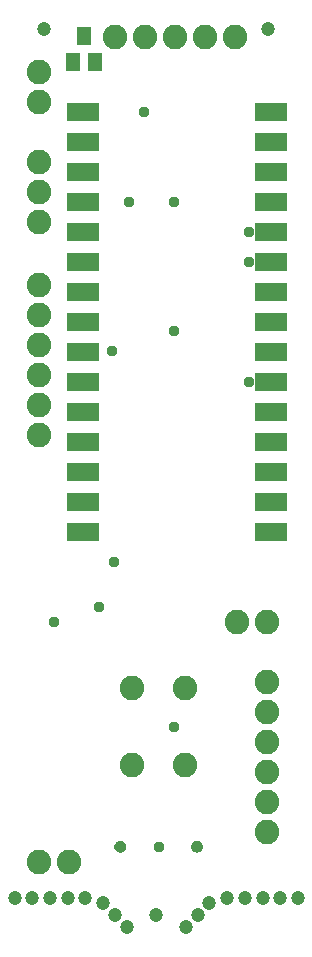
<source format=gbr>
G04 EAGLE Gerber RS-274X export*
G75*
%MOMM*%
%FSLAX34Y34*%
%LPD*%
%INSoldermask Top*%
%IPPOS*%
%AMOC8*
5,1,8,0,0,1.08239X$1,22.5*%
G01*
%ADD10C,1.203200*%
%ADD11C,2.082800*%
%ADD12R,1.203200X1.603200*%
%ADD13R,2.715000X1.505000*%
%ADD14C,0.959600*%

G36*
X159473Y73003D02*
X159473Y73003D01*
X159599Y73002D01*
X160610Y73141D01*
X160658Y73157D01*
X160748Y73176D01*
X161703Y73538D01*
X161746Y73564D01*
X161830Y73603D01*
X162680Y74167D01*
X162717Y74202D01*
X162789Y74259D01*
X163493Y74999D01*
X163521Y75041D01*
X163579Y75112D01*
X164100Y75990D01*
X164118Y76037D01*
X164159Y76119D01*
X164472Y77091D01*
X164479Y77141D01*
X164500Y77230D01*
X164589Y78248D01*
X164584Y78298D01*
X164585Y78389D01*
X164454Y79353D01*
X164438Y79401D01*
X164419Y79490D01*
X164077Y80401D01*
X164051Y80444D01*
X164012Y80528D01*
X163475Y81339D01*
X163440Y81375D01*
X163384Y81448D01*
X162680Y82120D01*
X162638Y82148D01*
X162567Y82206D01*
X161732Y82704D01*
X161684Y82722D01*
X161602Y82762D01*
X160677Y83062D01*
X160626Y83069D01*
X160537Y83091D01*
X159568Y83177D01*
X159521Y83173D01*
X159446Y83176D01*
X158470Y83074D01*
X158422Y83060D01*
X158332Y83044D01*
X157403Y82728D01*
X157359Y82704D01*
X157274Y82667D01*
X156439Y82153D01*
X156402Y82119D01*
X156327Y82065D01*
X155628Y81377D01*
X155598Y81336D01*
X155538Y81267D01*
X155009Y80440D01*
X154990Y80394D01*
X154946Y80313D01*
X154614Y79390D01*
X154606Y79340D01*
X154581Y79251D01*
X154463Y78277D01*
X154466Y78227D01*
X154462Y78141D01*
X154557Y77139D01*
X154571Y77090D01*
X154587Y77000D01*
X154903Y76044D01*
X154927Y75999D01*
X154963Y75915D01*
X155484Y75054D01*
X155517Y75016D01*
X155570Y74941D01*
X156270Y74217D01*
X156311Y74188D01*
X156380Y74127D01*
X157223Y73577D01*
X157269Y73557D01*
X157350Y73513D01*
X158294Y73165D01*
X158344Y73156D01*
X158432Y73131D01*
X159430Y73001D01*
X159473Y73003D01*
G37*
G36*
X94449Y73003D02*
X94449Y73003D01*
X94575Y73002D01*
X95586Y73141D01*
X95634Y73157D01*
X95724Y73176D01*
X96679Y73538D01*
X96722Y73564D01*
X96806Y73603D01*
X97656Y74167D01*
X97693Y74202D01*
X97765Y74259D01*
X98469Y74999D01*
X98497Y75041D01*
X98555Y75112D01*
X99076Y75990D01*
X99094Y76037D01*
X99135Y76119D01*
X99448Y77091D01*
X99455Y77141D01*
X99476Y77230D01*
X99565Y78248D01*
X99560Y78298D01*
X99561Y78389D01*
X99430Y79353D01*
X99414Y79401D01*
X99395Y79490D01*
X99053Y80401D01*
X99027Y80444D01*
X98988Y80528D01*
X98451Y81339D01*
X98416Y81375D01*
X98360Y81448D01*
X97656Y82120D01*
X97614Y82148D01*
X97543Y82206D01*
X96708Y82704D01*
X96660Y82722D01*
X96578Y82762D01*
X95653Y83062D01*
X95602Y83069D01*
X95513Y83091D01*
X94544Y83177D01*
X94497Y83173D01*
X94422Y83176D01*
X93446Y83074D01*
X93398Y83060D01*
X93308Y83044D01*
X92379Y82728D01*
X92335Y82704D01*
X92250Y82667D01*
X91415Y82153D01*
X91378Y82119D01*
X91303Y82065D01*
X90604Y81377D01*
X90574Y81336D01*
X90514Y81267D01*
X89985Y80440D01*
X89966Y80394D01*
X89922Y80313D01*
X89590Y79390D01*
X89582Y79340D01*
X89557Y79251D01*
X89439Y78277D01*
X89442Y78227D01*
X89438Y78141D01*
X89533Y77139D01*
X89547Y77090D01*
X89563Y77000D01*
X89879Y76044D01*
X89903Y75999D01*
X89939Y75915D01*
X90460Y75054D01*
X90493Y75016D01*
X90546Y74941D01*
X91246Y74217D01*
X91287Y74188D01*
X91356Y74127D01*
X92199Y73577D01*
X92245Y73557D01*
X92326Y73513D01*
X93270Y73165D01*
X93320Y73156D01*
X93408Y73131D01*
X94406Y73001D01*
X94449Y73003D01*
G37*
D10*
X30000Y770000D03*
X220000Y770000D03*
X125000Y20000D03*
X5000Y35000D03*
X20000Y35000D03*
X35000Y35000D03*
X50000Y35000D03*
X65000Y35000D03*
X80000Y30000D03*
X90000Y20000D03*
X100000Y10000D03*
X245000Y35000D03*
X230000Y35000D03*
X215000Y35000D03*
X200000Y35000D03*
X185000Y35000D03*
X150000Y10000D03*
X160000Y20000D03*
X170000Y30000D03*
D11*
X218600Y268600D03*
X193200Y268600D03*
X218600Y90800D03*
X218600Y116200D03*
X218600Y141600D03*
X218600Y167000D03*
X218600Y192400D03*
X218600Y217800D03*
X25400Y65400D03*
X50800Y65400D03*
X89700Y763900D03*
X115100Y763900D03*
X140500Y763900D03*
X165900Y763900D03*
X191300Y763900D03*
X25400Y606900D03*
X25400Y632300D03*
X25400Y657700D03*
X25400Y708500D03*
X25400Y733900D03*
X25400Y553400D03*
X25400Y528000D03*
X25400Y502600D03*
X25400Y477200D03*
X25400Y451800D03*
X25400Y426400D03*
D12*
X63900Y764800D03*
X73400Y742800D03*
X54400Y742800D03*
D11*
X149606Y212212D03*
X149606Y147188D03*
X104394Y212212D03*
X104394Y147188D03*
D13*
X62900Y700400D03*
X62900Y675000D03*
X62900Y649600D03*
X62900Y624200D03*
X62900Y598800D03*
X62900Y573400D03*
X62900Y548000D03*
X62900Y522600D03*
X62900Y497200D03*
X62900Y471800D03*
X62900Y446400D03*
X62900Y421000D03*
X62900Y395600D03*
X62900Y370200D03*
X62900Y344800D03*
X221900Y344800D03*
X221900Y370200D03*
X221900Y395600D03*
X221900Y421000D03*
X221900Y446400D03*
X221900Y471800D03*
X221900Y497200D03*
X221900Y522600D03*
X221900Y548000D03*
X221900Y573400D03*
X221900Y598800D03*
X221900Y624200D03*
X221900Y649600D03*
X221900Y675000D03*
X221900Y700400D03*
D14*
X114300Y700400D03*
X139700Y624200D03*
X88900Y319400D03*
X139700Y179700D03*
X127000Y78100D03*
X38100Y268600D03*
X87571Y498000D03*
X140000Y515000D03*
X101600Y624200D03*
X203200Y471800D03*
X203200Y573400D03*
X203200Y598800D03*
X76200Y281300D03*
M02*

</source>
